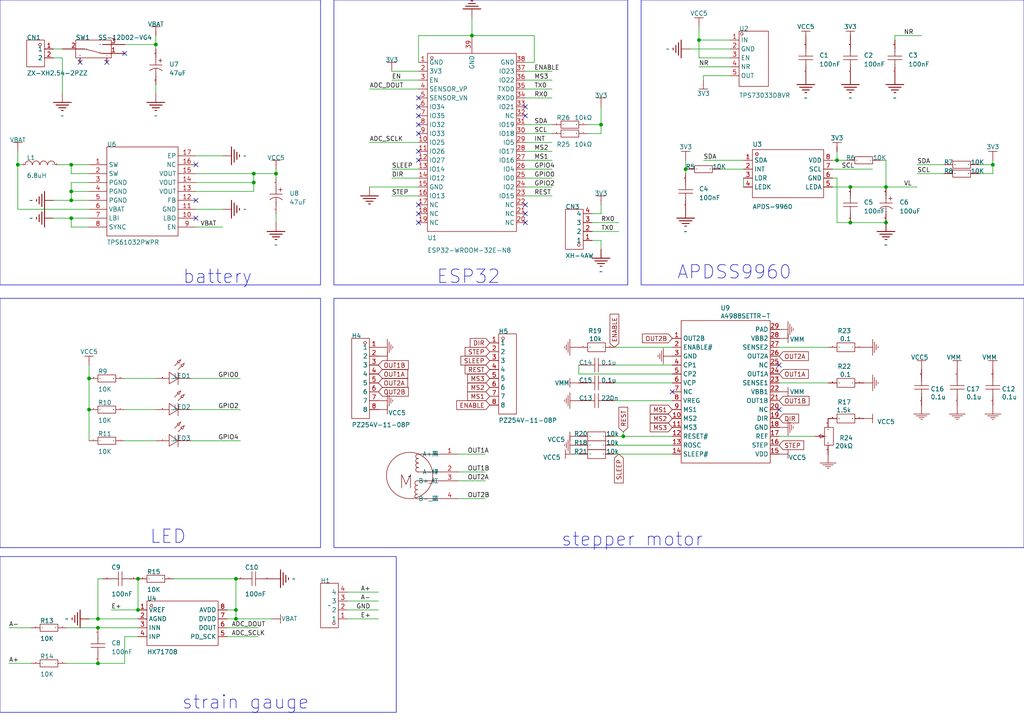
<source format=kicad_sch>
(kicad_sch (version 20231120) (generator "eeschema") (generator_version "8.0")
  (paper "User" 292.1 205.359)
  (junction (at 25.4 107.95))
  (junction (at 252.73 63.5))
  (junction (at 78.74 49.53))
  (junction (at 25.4 116.84))
  (junction (at 20.32 54.61))
  (junction (at 39.37 173.99))
  (junction (at 67.31 165.1))
  (junction (at 5.08 46.99))
  (junction (at 242.57 53.34))
  (junction (at 39.37 165.1))
  (junction (at 72.39 52.07))
  (junction (at 242.57 63.5))
  (junction (at 20.32 57.15))
  (junction (at 252.73 53.34))
  (junction (at 27.94 176.53))
  (junction (at 27.94 179.07))
  (junction (at 44.45 12.7))
  (junction (at 20.32 46.99))
  (junction (at 199.39 11.43))
  (junction (at 195.58 48.26))
  (junction (at 134.62 10.16))
  (junction (at 171.45 35.56))
  (junction (at 67.31 176.53))
  (junction (at 72.39 49.53))
  (junction (at 67.31 173.99))
  (junction (at 177.8 124.46))
  (junction (at 20.32 62.23))
  (junction (at 238.76 45.72))
  (junction (at 283.21 46.99))
  (junction (at 27.94 189.23))
  (no_connect (at 55.88 46.99))
  (no_connect (at 30.48 17.78))
  (no_connect (at 149.86 60.96))
  (no_connect (at 119.38 60.96))
  (no_connect (at 55.88 57.15))
  (no_connect (at 191.77 111.76))
  (no_connect (at 119.38 45.72))
  (no_connect (at 119.38 35.56))
  (no_connect (at 119.38 33.02))
  (no_connect (at 22.86 17.78))
  (no_connect (at 119.38 27.94))
  (no_connect (at 149.86 63.5))
  (no_connect (at 119.38 63.5))
  (no_connect (at 119.38 43.18))
  (no_connect (at 222.25 104.14))
  (no_connect (at 35.56 15.24))
  (no_connect (at 119.38 58.42))
  (no_connect (at 149.86 30.48))
  (no_connect (at 119.38 38.1))
  (no_connect (at 149.86 58.42))
  (no_connect (at 55.88 62.23))
  (no_connect (at 119.38 30.48))
  (no_connect (at 149.86 33.02))
  (no_connect (at 222.25 116.84))
  (wire (pts (xy 27.94 165.1) (xy 29.21 165.1)))
  (wire (pts (xy 212.09 48.26) (xy 205.74 48.26)))
  (wire (pts (xy 25.4 125.73) (xy 25.4 116.84)))
  (wire (pts (xy 134.62 10.16) (xy 134.62 5.08)))
  (wire (pts (xy 157.48 55.88) (xy 149.86 55.88)))
  (wire (pts (xy 262.89 10.16) (xy 255.27 10.16)))
  (wire (pts (xy 177.8 124.46) (xy 191.77 124.46)))
  (wire (pts (xy 25.4 57.15) (xy 20.32 57.15)))
  (wire (pts (xy 248.92 48.26) (xy 237.49 48.26)))
  (wire (pts (xy 63.5 64.77) (xy 55.88 64.77)))
  (wire (pts (xy 20.32 52.07) (xy 25.4 52.07)))
  (wire (pts (xy 195.58 48.26) (xy 195.58 45.72)))
  (wire (pts (xy 6.35 46.99) (xy 5.08 46.99)))
  (wire (pts (xy 171.45 60.96) (xy 171.45 58.42)))
  (wire (pts (xy 200.66 21.59) (xy 208.28 21.59)))
  (wire (pts (xy 134.62 10.16) (xy 152.4 10.16)))
  (wire (pts (xy 20.32 57.15) (xy 20.32 54.61)))
  (wire (pts (xy 236.22 99.06) (xy 222.25 99.06)))
  (wire (pts (xy 39.37 181.61) (xy 35.56 181.61)))
  (wire (pts (xy 27.94 176.53) (xy 27.94 165.1)))
  (wire (pts (xy 199.39 11.43) (xy 199.39 7.62)))
  (wire (pts (xy 5.08 59.69) (xy 25.4 59.69)))
  (wire (pts (xy 269.24 49.53) (xy 261.62 49.53)))
  (wire (pts (xy 242.57 63.5) (xy 252.73 63.5)))
  (wire (pts (xy 242.57 53.34) (xy 252.73 53.34)))
  (wire (pts (xy 44.45 26.67) (xy 44.45 24.13)))
  (wire (pts (xy 208.28 19.05) (xy 199.39 19.05)))
  (wire (pts (xy 105.41 40.64) (xy 119.38 40.64)))
  (wire (pts (xy 63.5 44.45) (xy 55.88 44.45)))
  (wire (pts (xy 157.48 43.18) (xy 149.86 43.18)))
  (wire (pts (xy 171.45 38.1) (xy 171.45 35.56)))
  (wire (pts (xy 54.61 107.95) (xy 68.58 107.95)))
  (wire (pts (xy 157.48 48.26) (xy 149.86 48.26)))
  (wire (pts (xy 165.1 106.68) (xy 165.1 104.14)))
  (wire (pts (xy 238.76 45.72) (xy 241.3 45.72)))
  (wire (pts (xy 251.46 45.72) (xy 252.73 45.72)))
  (wire (pts (xy 39.37 173.99) (xy 31.75 173.99)))
  (wire (pts (xy 17.78 26.67) (xy 17.78 16.51)))
  (wire (pts (xy 63.5 59.69) (xy 55.88 59.69)))
  (wire (pts (xy 35.56 125.73) (xy 44.45 125.73)))
  (wire (pts (xy 78.74 63.5) (xy 78.74 60.96)))
  (wire (pts (xy 25.4 104.14) (xy 25.4 107.95)))
  (wire (pts (xy 177.8 124.46) (xy 175.26 124.46)))
  (wire (pts (xy 130.81 137.16) (xy 138.43 137.16)))
  (wire (pts (xy 64.77 179.07) (xy 73.66 179.07)))
  (wire (pts (xy 5.08 46.99) (xy 5.08 59.69)))
  (wire (pts (xy 5.08 46.99) (xy 5.08 43.18)))
  (wire (pts (xy 35.56 181.61) (xy 35.56 189.23)))
  (wire (pts (xy 149.86 27.94) (xy 157.48 27.94)))
  (wire (pts (xy 44.45 107.95) (xy 35.56 107.95)))
  (wire (pts (xy 17.78 13.97) (xy 15.24 13.97)))
  (wire (pts (xy 20.32 52.07) (xy 20.32 54.61)))
  (wire (pts (xy 134.62 10.16) (xy 119.38 10.16)))
  (wire (pts (xy 25.4 62.23) (xy 20.32 62.23)))
  (wire (pts (xy 222.25 124.46) (xy 232.41 124.46)))
  (wire (pts (xy 212.09 53.34) (xy 212.09 50.8)))
  (wire (pts (xy 44.45 12.7) (xy 35.56 12.7)))
  (wire (pts (xy 167.64 35.56) (xy 171.45 35.56)))
  (wire (pts (xy 67.31 173.99) (xy 67.31 165.1)))
  (wire (pts (xy 283.21 49.53) (xy 283.21 46.99)))
  (wire (pts (xy 77.47 176.53) (xy 67.31 176.53)))
  (wire (pts (xy 64.77 173.99) (xy 67.31 173.99)))
  (wire (pts (xy 175.26 104.14) (xy 191.77 104.14)))
  (wire (pts (xy 200.66 21.59) (xy 200.66 22.86)))
  (wire (pts (xy 242.57 63.5) (xy 238.76 63.5)))
  (wire (pts (xy 176.53 63.5) (xy 168.91 63.5)))
  (wire (pts (xy 111.76 50.8) (xy 119.38 50.8)))
  (wire (pts (xy 252.73 45.72) (xy 252.73 53.34)))
  (wire (pts (xy 283.21 45.72) (xy 283.21 46.99)))
  (wire (pts (xy 72.39 52.07) (xy 72.39 49.53)))
  (wire (pts (xy 17.78 16.51) (xy 15.24 16.51)))
  (wire (pts (xy 67.31 176.53) (xy 64.77 176.53)))
  (wire (pts (xy 208.28 11.43) (xy 199.39 11.43)))
  (wire (pts (xy 25.4 54.61) (xy 20.32 54.61)))
  (wire (pts (xy 196.85 13.97) (xy 208.28 13.97)))
  (wire (pts (xy 242.57 53.34) (xy 237.49 53.34)))
  (wire (pts (xy 157.48 40.64) (xy 149.86 40.64)))
  (wire (pts (xy 27.94 189.23) (xy 19.05 189.23)))
  (wire (pts (xy 119.38 17.78) (xy 119.38 10.16)))
  (wire (pts (xy 171.45 30.48) (xy 171.45 35.56)))
  (wire (pts (xy 54.61 125.73) (xy 68.58 125.73)))
  (wire (pts (xy 67.31 165.1) (xy 49.53 165.1)))
  (wire (pts (xy 283.21 46.99) (xy 279.4 46.99)))
  (wire (pts (xy 255.27 10.16) (xy 255.27 11.43)))
  (wire (pts (xy 67.31 173.99) (xy 67.31 176.53)))
  (wire (pts (xy 175.26 129.54) (xy 191.77 129.54)))
  (wire (pts (xy 152.4 10.16) (xy 152.4 17.78)))
  (wire (pts (xy 55.88 52.07) (xy 72.39 52.07)))
  (wire (pts (xy 157.48 38.1) (xy 149.86 38.1)))
  (wire (pts (xy 44.45 12.7) (xy 44.45 13.97)))
  (wire (pts (xy 171.45 71.12) (xy 171.45 68.58)))
  (wire (pts (xy 157.48 22.86) (xy 149.86 22.86)))
  (wire (pts (xy 152.4 17.78) (xy 149.86 17.78)))
  (wire (pts (xy 44.45 10.16) (xy 44.45 12.7)))
  (wire (pts (xy 168.91 68.58) (xy 171.45 68.58)))
  (wire (pts (xy 107.95 171.45) (xy 99.06 171.45)))
  (wire (pts (xy 149.86 25.4) (xy 157.48 25.4)))
  (wire (pts (xy 25.4 176.53) (xy 27.94 176.53)))
  (wire (pts (xy 119.38 53.34) (xy 105.41 53.34)))
  (wire (pts (xy 20.32 64.77) (xy 25.4 64.77)))
  (wire (pts (xy 238.76 50.8) (xy 238.76 63.5)))
  (wire (pts (xy 2.54 179.07) (xy 8.89 179.07)))
  (wire (pts (xy 54.61 116.84) (xy 68.58 116.84)))
  (wire (pts (xy 191.77 106.68) (xy 165.1 106.68)))
  (wire (pts (xy 237.49 50.8) (xy 238.76 50.8)))
  (wire (pts (xy 72.39 49.53) (xy 55.88 49.53)))
  (wire (pts (xy 252.73 53.34) (xy 261.62 53.34)))
  (wire (pts (xy 20.32 46.99) (xy 20.32 49.53)))
  (wire (pts (xy 16.51 46.99) (xy 20.32 46.99)))
  (wire (pts (xy 20.32 62.23) (xy 20.32 64.77)))
  (wire (pts (xy 238.76 45.72) (xy 237.49 45.72)))
  (wire (pts (xy 208.28 16.51) (xy 199.39 16.51)))
  (wire (pts (xy 157.48 53.34) (xy 149.86 53.34)))
  (wire (pts (xy 64.77 181.61) (xy 73.66 181.61)))
  (wire (pts (xy 130.81 129.54) (xy 138.43 129.54)))
  (wire (pts (xy 20.32 49.53) (xy 25.4 49.53)))
  (wire (pts (xy 19.05 179.07) (xy 27.94 179.07)))
  (wire (pts (xy 199.39 16.51) (xy 199.39 11.43)))
  (wire (pts (xy 25.4 46.99) (xy 20.32 46.99)))
  (wire (pts (xy 200.66 45.72) (xy 212.09 45.72)))
  (wire (pts (xy 39.37 176.53) (xy 27.94 176.53)))
  (wire (pts (xy 269.24 46.99) (xy 261.62 46.99)))
  (wire (pts (xy 168.91 60.96) (xy 171.45 60.96)))
  (wire (pts (xy 167.64 38.1) (xy 171.45 38.1)))
  (wire (pts (xy 72.39 54.61) (xy 72.39 52.07)))
  (wire (pts (xy 78.74 49.53) (xy 78.74 48.26)))
  (wire (pts (xy 238.76 45.72) (xy 238.76 43.18)))
  (wire (pts (xy 39.37 165.1) (xy 39.37 173.99)))
  (wire (pts (xy 157.48 45.72) (xy 149.86 45.72)))
  (wire (pts (xy 157.48 20.32) (xy 149.86 20.32)))
  (wire (pts (xy 175.26 99.06) (xy 191.77 99.06)))
  (wire (pts (xy 15.24 57.15) (xy 20.32 57.15)))
  (wire (pts (xy 236.22 109.22) (xy 222.25 109.22)))
  (wire (pts (xy 25.4 107.95) (xy 25.4 116.84)))
  (wire (pts (xy 39.37 179.07) (xy 27.94 179.07)))
  (wire (pts (xy 111.76 55.88) (xy 119.38 55.88)))
  (wire (pts (xy 35.56 116.84) (xy 44.45 116.84)))
  (wire (pts (xy 130.81 142.24) (xy 138.43 142.24)))
  (wire (pts (xy 55.88 54.61) (xy 72.39 54.61)))
  (wire (pts (xy 119.38 22.86) (xy 111.76 22.86)))
  (wire (pts (xy 35.56 189.23) (xy 27.94 189.23)))
  (wire (pts (xy 72.39 49.53) (xy 78.74 49.53)))
  (wire (pts (xy 157.48 50.8) (xy 149.86 50.8)))
  (wire (pts (xy 195.58 48.26) (xy 195.58 49.53)))
  (wire (pts (xy 107.95 176.53) (xy 99.06 176.53)))
  (wire (pts (xy 119.38 20.32) (xy 111.76 20.32)))
  (wire (pts (xy 107.95 168.91) (xy 99.06 168.91)))
  (wire (pts (xy 105.41 25.4) (xy 119.38 25.4)))
  (wire (pts (xy 163.83 129.54) (xy 165.1 129.54)))
  (wire (pts (xy 175.26 109.22) (xy 191.77 109.22)))
  (wire (pts (xy 78.74 49.53) (xy 78.74 50.8)))
  (wire (pts (xy 130.81 134.62) (xy 138.43 134.62)))
  (wire (pts (xy 111.76 48.26) (xy 119.38 48.26)))
  (wire (pts (xy 107.95 173.99) (xy 99.06 173.99)))
  (wire (pts (xy 177.8 124.46) (xy 177.8 123.19)))
  (wire (pts (xy 2.54 189.23) (xy 8.89 189.23)))
  (wire (pts (xy 15.24 62.23) (xy 20.32 62.23)))
  (wire (pts (xy 279.4 49.53) (xy 283.21 49.53)))
  (wire (pts (xy 157.48 35.56) (xy 149.86 35.56)))
  (wire (pts (xy 176.53 66.04) (xy 168.91 66.04)))
  (wire (pts (xy 175.26 114.3) (xy 191.77 114.3)))
  (wire (pts (xy 175.26 127) (xy 191.77 127)))
  (rectangle (start 182.88 0) (end 292.1 81.28))
  (rectangle (start 95.25 85.09) (end 292.1 156.21))
  (rectangle (start 0 0) (end 91.44 81.28))
  (rectangle (start 0 85.09) (end 91.44 156.21))
  (rectangle (start 0 158.75) (end 113.03 203.2))
  (rectangle (start 95.25 0) (end 179.07 81.28))
  (text "stepper motor" (at 160.02 156.21 0) (effects (font (size 3.81 3.81)) (justify left bottom)))
  (text "strain gauge" (at 51.816 202.692 0) (effects (font (size 3.81 3.81)) (justify left bottom)))
  (text "ESP32" (at 124.46 81.28 0) (effects (font (size 3.81 3.81)) (justify left bottom)))
  (text "LED" (at 42.672 155.448 0) (effects (font (size 3.81 3.81)) (justify left bottom)))
  (text "battery" (at 52.07 81.28 0) (effects (font (size 3.81 3.81)) (justify left bottom)))
  (text "APDSS9960" (at 193.04 80.01 0) (effects (font (size 3.81 3.81)) (justify left bottom)))
  (label "SDA" (at 152.4 35.56 0))
  (label "SCL" (at 240.03 48.26 0))
  (label "GPIO2" (at 62.23 116.84 0))
  (label "A+" (at 102.87 168.91 0))
  (label "GPIO2" (at 152.4 53.34 0))
  (label "RX0" (at 171.45 63.5 0))
  (label "TX0" (at 152.4 25.4 0))
  (label "A-" (at 2.54 179.07 0))
  (label "A-" (at 102.87 171.45 0))
  (label "ADC_DOUT" (at 105.41 25.4 0))
  (label "GPIO0" (at 152.4 50.8 0))
  (label "SLEEP" (at 111.76 48.26 0))
  (label "TX0" (at 171.45 66.04 0))
  (label "SDA" (at 261.62 46.99 0))
  (label "RX0" (at 152.4 27.94 0))
  (label "GPIO4" (at 152.4 48.26 0))
  (label "ADC_SCLK" (at 66.04 181.61 0))
  (label "MS1" (at 152.4 45.72 0))
  (label "OUT1A" (at 133.35 129.54 0))
  (label "MS3" (at 152.4 22.86 0))
  (label "GND" (at 101.6 173.99 0))
  (label "VL" (at 257.81 53.34 0))
  (label "MS2" (at 152.4 43.18 0))
  (label "GPIO4" (at 62.23 125.73 0))
  (label "SDA" (at 200.66 45.72 0))
  (label "INT" (at 152.4 40.64 0))
  (label "DIR" (at 111.76 50.8 0))
  (label "REST" (at 152.4 55.88 0))
  (label "EN" (at 111.76 22.86 0))
  (label "SCL" (at 152.4 38.1 0))
  (label "VBAT" (at 57.15 64.77 0))
  (label "NR" (at 257.81 10.16 0))
  (label "ADC_SCLK" (at 105.41 40.64 0))
  (label "E+" (at 31.75 173.99 0))
  (label "GPIO0" (at 62.23 107.95 0))
  (label "OUT1B" (at 133.35 134.62 0))
  (label "ENABLE" (at 152.4 20.32 0))
  (label "STEP" (at 111.76 55.88 0))
  (label "A+" (at 2.54 189.23 0))
  (label "NR" (at 199.39 19.05 0))
  (label "ADC_DOUT" (at 66.04 179.07 0))
  (label "OUT2B" (at 133.35 142.24 0))
  (label "E+" (at 102.87 176.53 0))
  (label "SCL" (at 261.62 49.53 0))
  (label "OUT2A" (at 133.35 137.16 0))
  (global_label "MS2" (shape input) (at 191.77 119.38 180) (property "Intersheetrefs" "${INTERSHEET_REFS}" (effects (hide yes))))
  (global_label "MS3" (shape input) (at 139.7 107.95 180) (property "Intersheetrefs" "${INTERSHEET_REFS}" (effects (hide yes))))
  (global_label "DIR" (shape input) (at 222.25 119.38 0) (property "Intersheetrefs" "${INTERSHEET_REFS}" (effects (hide yes))))
  (global_label "STEP" (shape input) (at 222.25 127 0) (property "Intersheetrefs" "${INTERSHEET_REFS}" (effects (hide yes))))
  (global_label "OUT2B" (shape input) (at 191.77 96.52 180) (property "Intersheetrefs" "${INTERSHEET_REFS}" (effects (hide yes))))
  (global_label "SLEEP" (shape input) (at 139.7 102.87 180) (property "Intersheetrefs" "${INTERSHEET_REFS}" (effects (hide yes))))
  (global_label "REST" (shape input) (at 139.7 105.41 180) (property "Intersheetrefs" "${INTERSHEET_REFS}" (effects (hide yes))))
  (global_label "OUT1B" (shape input) (at 222.25 114.3 0) (property "Intersheetrefs" "${INTERSHEET_REFS}" (effects (hide yes))))
  (global_label "ENABLE" (shape input) (at 175.26 99.06 90) (property "Intersheetrefs" "${INTERSHEET_REFS}" (effects (hide yes))))
  (global_label "SLEEP" (shape input) (at 176.53 129.54 270) (property "Intersheetrefs" "${INTERSHEET_REFS}" (effects (hide yes))))
  (global_label "ENABLE" (shape input) (at 139.7 115.57 180) (property "Intersheetrefs" "${INTERSHEET_REFS}" (effects (hide yes))))
  (global_label "MS3" (shape input) (at 191.77 121.92 180) (property "Intersheetrefs" "${INTERSHEET_REFS}" (effects (hide yes))))
  (global_label "STEP" (shape input) (at 139.7 100.33 180) (property "Intersheetrefs" "${INTERSHEET_REFS}" (effects (hide yes))))
  (global_label "OUT2A" (shape input) (at 222.25 101.6 0) (property "Intersheetrefs" "${INTERSHEET_REFS}" (effects (hide yes))))
  (global_label "OUT1A" (shape input) (at 222.25 106.68 0) (property "Intersheetrefs" "${INTERSHEET_REFS}" (effects (hide yes))))
  (global_label "OUT1A" (shape input) (at 107.95 106.68 0) (property "Intersheetrefs" "${INTERSHEET_REFS}" (effects (hide yes))))
  (global_label "MS1" (shape input) (at 139.7 113.03 180) (property "Intersheetrefs" "${INTERSHEET_REFS}" (effects (hide yes))))
  (global_label "OUT2A" (shape input) (at 107.95 109.22 0) (property "Intersheetrefs" "${INTERSHEET_REFS}" (effects (hide yes))))
  (global_label "REST" (shape input) (at 177.8 123.19 90) (property "Intersheetrefs" "${INTERSHEET_REFS}" (effects (hide yes))))
  (global_label "MS1" (shape input) (at 191.77 116.84 180) (property "Intersheetrefs" "${INTERSHEET_REFS}" (effects (hide yes))))
  (global_label "OUT1B" (shape input) (at 107.95 104.14 0) (property "Intersheetrefs" "${INTERSHEET_REFS}" (effects (hide yes))))
  (global_label "DIR" (shape input) (at 139.7 97.79 180) (property "Intersheetrefs" "${INTERSHEET_REFS}" (effects (hide yes))))
  (global_label "OUT2B" (shape input) (at 107.95 111.76 0) (property "Intersheetrefs" "${INTERSHEET_REFS}" (effects (hide yes))))
  (global_label "MS2" (shape input) (at 139.7 110.49 180) (property "Intersheetrefs" "${INTERSHEET_REFS}" (effects (hide yes))))
  (symbol (lib_id "ESP32_电机驱动-easyedapro:GND") (at 246.38 109.22 90) (unit 1)
    (property "Reference" "#PWR?" (effects (hide yes)))
    (property "Footprint" "ESP32_电机驱动-easyedapro:" (effects (hide yes)))
  )
  (symbol (lib_id "ESP32_电机驱动-easyedapro:0.1") (at 241.3 99.06 0) (unit 1)
    (property "Reference" "R23" (at 242.7986 95.0976 0) (effects (justify right bottom)))
    (property "Value" "0.1" (at 242.7986 97.3836 0) (effects (justify right bottom)))
    (property "Footprint" "ESP32_电机驱动-easyedapro:R0603" (effects (hide yes)))
    (property "Origin Footprint" "R0603" (effects (hide yes)))
  )
  (symbol (lib_id "ESP32_电机驱动-easyedapro:CapAcitance") (at 27.94 184.15 90) (unit 1)
    (property "Reference" "C8" (at 31.75 184.15 90) (effects (justify right top)))
    (property "Value" "100nF" (at 31.75 186.69 90) (effects (justify right top)))
    (property "Footprint" "ESP32_电机驱动-easyedapro:C0603" (effects (hide yes)))
  )
  (symbol (lib_id "ESP32_电机驱动-easyedapro:GND") (at 262.89 115.57 0) (unit 1)
    (property "Reference" "#PWR?" (effects (hide yes)))
    (property "Footprint" "ESP32_电机驱动-easyedapro:" (effects (hide yes)))
  )
  (symbol (lib_name "VCC_3") (lib_id "ESP32_电机驱动-easyedapro:VCC") (at 163.83 129.54 90) (unit 1)
    (property "Reference" "#PWR?" (effects (hide yes)))
    (property "Value" "VCC5" (at 154.8892 131.191 90) (effects (justify right top)))
    (property "Footprint" "ESP32_电机驱动-easyedapro:" (effects (hide yes)))
  )
  (symbol (lib_name "Power-VCC_4") (lib_id "ESP32_电机驱动-easyedapro:Power-VCC") (at 171.45 58.42 0) (unit 1)
    (property "Reference" "#PWR?" (effects (hide yes)))
    (property "Value" "3V3" (at 171.45 55.88 0) (effects (justify bottom)))
    (property "Footprint" "ESP32_电机驱动-easyedapro:" (effects (hide yes)))
  )
  (symbol (lib_id "ESP32_电机驱动-easyedapro:Power-VCC") (at 44.45 10.16 0) (unit 1)
    (property "Reference" "#PWR?" (effects (hide yes)))
    (property "Value" "VBAT" (at 44.45 7.62 0) (effects (justify bottom)))
    (property "Footprint" "ESP32_电机驱动-easyedapro:" (effects (hide yes)))
  )
  (symbol (lib_id "ESP32_电机驱动-easyedapro:电阻") (at 30.48 125.73 0) (unit 1)
    (property "Reference" "R11" (at 27.94 124.46 0) (effects (justify left bottom)))
    (property "Value" "10K" (at 27.94 129.54 0) (effects (justify left bottom)))
    (property "Footprint" "ESP32_电机驱动-easyedapro:R0603" (effects (hide yes)))
  )
  (symbol (lib_id "ESP32_电机驱动-easyedapro:220n") (at 170.18 114.3 0) (unit 1)
    (property "Reference" "C13" (at 165.1 114.3 0) (effects (justify left bottom)))
    (property "Value" "220n" (at 171.45 114.3 0) (effects (justify left bottom)))
    (property "Footprint" "ESP32_电机驱动-easyedapro:C0603" (effects (hide yes)))
    (property "Origin Footprint" "C0603" (effects (hide yes)))
  )
  (symbol (lib_id "ESP32_电机驱动-easyedapro:LED_R") (at 49.53 116.84 0) (unit 1)
    (property "Reference" "LED2" (at 49.53 116.84 0) (effects (justify left bottom)))
    (property "Value" "~" (at 49.53 116.84 0))
    (property "Footprint" "ESP32_电机驱动-easyedapro:LED_0603" (effects (hide yes)))
  )
  (symbol (lib_id "ESP32_电机驱动-easyedapro:VMM") (at 222.25 111.76 270) (unit 1)
    (property "Reference" "#PWR?" (effects (hide yes)))
    (property "Value" "VMM" (at 225.298 112.522 90) (effects (justify left bottom)))
    (property "Footprint" "ESP32_电机驱动-easyedapro:" (effects (hide yes)))
  )
  (symbol (lib_id "ESP32_电机驱动-easyedapro:GND") (at 191.77 101.6 270) (unit 1)
    (property "Reference" "#PWR?" (effects (hide yes)))
    (property "Footprint" "ESP32_电机驱动-easyedapro:" (effects (hide yes)))
  )
  (symbol (lib_id "ESP32_电机驱动-easyedapro:10k") (at 170.18 129.54 0) (unit 1)
    (property "Reference" "R21" (at 167.64 129.54 0) (effects (justify right bottom)))
    (property "Value" "10k" (at 176.53 129.54 0) (effects (justify right bottom)))
    (property "Footprint" "ESP32_电机驱动-easyedapro:R0603" (effects (hide yes)))
    (property "Origin Footprint" "R0603" (effects (hide yes)))
  )
  (symbol (lib_id "ESP32_电机驱动-easyedapro:Ground-GND") (at 242.57 21.59 0) (unit 1)
    (property "Reference" "#PWR?" (effects (hide yes)))
    (property "Value" "~" (at 242.57 27.94 0))
    (property "Footprint" "ESP32_电机驱动-easyedapro:" (effects (hide yes)))
  )
  (symbol (lib_id "ESP32_电机驱动-easyedapro:Ground-GND") (at 134.62 5.08 180) (unit 1)
    (property "Reference" "#PWR?" (effects (hide yes)))
    (property "Footprint" "ESP32_电机驱动-easyedapro:" (effects (hide yes)))
  )
  (symbol (lib_id "ESP32_电机驱动-easyedapro:A4988SETTR-T") (at 207.01 111.76 0) (unit 1)
    (property "Reference" "U9" (at 205.5114 88.5698 0) (effects (justify left bottom)))
    (property "Value" "A4988SETTR-T" (at 205.5114 90.8812 0) (effects (justify left bottom)))
    (property "Footprint" "ESP32_电机驱动-easyedapro:" (effects (hide yes)))
    (property "Datasheet" "https://atta.szlcsc.com/upload/public/pdf/source/20150917/1457707386953.pdf" (effects (hide yes)))
    (property "Manufacturer Part" "A4988SETTR-T" (effects (hide yes)))
    (property "Manufacturer" "ALLEGRO(美国埃戈罗)" (effects (hide yes)))
    (property "Supplier Part" "C38437" (effects (hide yes)))
    (property "Supplier" "LCSC" (effects (hide yes)))
    (property "LCSC Part Name" "2A 5.5V电机驱动芯片" (effects (hide yes)))
  )
  (symbol (lib_name "Power-VCC_2") (lib_id "ESP32_电机驱动-easyedapro:Power-VCC") (at 111.76 20.32 0) (unit 1)
    (property "Reference" "#PWR?" (effects (hide yes)))
    (property "Value" "3V3" (at 111.76 17.78 0) (effects (justify bottom)))
    (property "Footprint" "ESP32_电机驱动-easyedapro:" (effects (hide yes)))
  )
  (symbol (lib_id "ESP32_电机驱动-easyedapro:RST47UF25V035") (at 78.74 55.88 270) (unit 1)
    (property "Reference" "U8" (at 82.55 55.88 90) (effects (justify left bottom)))
    (property "Value" "47uF" (at 82.55 58.42 90) (effects (justify left bottom)))
    (property "Footprint" "ESP32_电机驱动-easyedapro:CAP-SMD_BD5.0-L5.3-W5.3-FD" (effects (hide yes)))
    (property "Datasheet" "https://atta.szlcsc.com/upload/public/pdf/source/20220722/F8BC83B31678FEDC3CD0A31DD9384B2B.pdf" (effects (hide yes)))
    (property "Description" "容值:47uF;精度:±20%;额定电压:25V;纹波电流:46mA@120Hz;等效串联电阻:-;" (effects (hide yes)))
    (property "Manufacturer Part" "RST47UF25V035" (effects (hide yes)))
    (property "Manufacturer" "KNSCHA(科尼盛)" (effects (hide yes)))
    (property "Supplier Part" "C4747958" (effects (hide yes)))
    (property "Supplier" "LCSC" (effects (hide yes)))
    (property "LCSC Part Name" "47uF ±20% 25V" (effects (hide yes)))
  )
  (symbol (lib_id "ESP32_电机驱动-easyedapro:CapAcitance") (at 255.27 16.51 90) (unit 1)
    (property "Reference" "C3" (at 259.08 16.51 90) (effects (justify right top)))
    (property "Value" "100nF" (at 259.08 19.05 90) (effects (justify right top)))
    (property "Footprint" "ESP32_电机驱动-easyedapro:C0603" (effects (hide yes)))
  )
  (symbol (lib_id "ESP32_电机驱动-easyedapro:Ground-GND") (at 63.5 59.69 90) (unit 1)
    (property "Reference" "#PWR?" (effects (hide yes)))
    (property "Value" "~" (at 69.85 59.69 90))
    (property "Footprint" "ESP32_电机驱动-easyedapro:" (effects (hide yes)))
  )
  (symbol (lib_id "ESP32_电机驱动-easyedapro:RVT100UF16V67RV0016") (at 252.73 58.42 270) (unit 1)
    (property "Reference" "C6" (at 256.54 58.42 90) (effects (justify left bottom)))
    (property "Value" "100uF" (at 256.54 60.96 90) (effects (justify left bottom)))
    (property "Footprint" "ESP32_电机驱动-easyedapro:CAP-SMD_BD6.3-L6.6-W6.6-LS7.2-FD" (effects (hide yes)))
    (property "Datasheet" "https://atta.szlcsc.com/upload/public/pdf/source/20240521/3810EB5B434F72326C196D6A9426C70A.pdf" (effects (hide yes)))
    (property "Description" "容值:100uF;精度:±20%;额定电压:16V;纹波电流:93mA@120Hz;等效串联电阻:-;" (effects (hide yes)))
    (property "Manufacturer Part" "RVT100UF16V67RV0016" (effects (hide yes)))
    (property "Manufacturer" "KNSCHA(科尼盛)" (effects (hide yes)))
    (property "Supplier Part" "C2887276" (effects (hide yes)))
    (property "Supplier" "LCSC" (effects (hide yes)))
    (property "LCSC Part Name" "100uF ±20% 16V" (effects (hide yes)))
  )
  (symbol (lib_id "ESP32_电机驱动-easyedapro:电阻") (at 274.32 49.53 0) (unit 1)
    (property "Reference" "R8" (at 269.24 49.53 0) (effects (justify left bottom)))
    (property "Value" "10K" (at 276.86 49.53 0) (effects (justify left bottom)))
    (property "Footprint" "ESP32_电机驱动-easyedapro:R0603" (effects (hide yes)))
  )
  (symbol (lib_id "ESP32_电机驱动-easyedapro:GND") (at 283.21 115.57 0) (unit 1)
    (property "Reference" "#PWR?" (effects (hide yes)))
    (property "Footprint" "ESP32_电机驱动-easyedapro:" (effects (hide yes)))
  )
  (symbol (lib_name "VCC_1") (lib_id "ESP32_电机驱动-easyedapro:VCC") (at 222.25 129.54 270) (unit 1)
    (property "Reference" "#PWR?" (effects (hide yes)))
    (property "Value" "VCC5" (at 224.917 131.2418 90) (effects (justify left bottom)))
    (property "Footprint" "ESP32_电机驱动-easyedapro:" (effects (hide yes)))
  )
  (symbol (lib_id "ESP32_电机驱动-easyedapro:CapAcitance") (at 242.57 16.51 90) (unit 1)
    (property "Reference" "C2" (at 246.38 16.51 90) (effects (justify right top)))
    (property "Value" "100nF" (at 246.38 19.05 90) (effects (justify right top)))
    (property "Footprint" "ESP32_电机驱动-easyedapro:C0603" (effects (hide yes)))
  )
  (symbol (lib_id "ESP32_电机驱动-easyedapro:5-Voltage") (at 25.4 104.14 0) (unit 1)
    (property "Reference" "#PWR?" (effects (hide yes)))
    (property "Value" "VCC5" (at 25.4 100.33 0))
    (property "Footprint" "ESP32_电机驱动-easyedapro:" (effects (hide yes)))
    (property "Description" "Power-5V" (effects (hide yes)))
  )
  (symbol (lib_id "ESP32_电机驱动-easyedapro:Ground-GND") (at 255.27 21.59 0) (unit 1)
    (property "Reference" "#PWR?" (effects (hide yes)))
    (property "Value" "~" (at 255.27 27.94 0))
    (property "Footprint" "ESP32_电机驱动-easyedapro:" (effects (hide yes)))
  )
  (symbol (lib_name "VCC_4") (lib_id "ESP32_电机驱动-easyedapro:VCC") (at 262.89 105.41 0) (unit 1)
    (property "Reference" "#PWR?" (effects (hide yes)))
    (property "Value" "VCC5" (at 259.8166 102.6668 0) (effects (justify left bottom)))
    (property "Footprint" "ESP32_电机驱动-easyedapro:" (effects (hide yes)))
  )
  (symbol (lib_id "ESP32_电机驱动-easyedapro:Ground-GND") (at 25.4 176.53 270) (unit 1)
    (property "Reference" "#PWR?" (effects (hide yes)))
    (property "Value" "~" (at 19.05 176.53 90))
    (property "Footprint" "ESP32_电机驱动-easyedapro:" (effects (hide yes)))
  )
  (symbol (lib_id "ESP32_电机驱动-easyedapro:电阻") (at 13.97 189.23 0) (unit 1)
    (property "Reference" "R14" (at 11.43 187.96 0) (effects (justify left bottom)))
    (property "Value" "10K" (at 11.43 193.04 0) (effects (justify left bottom)))
    (property "Footprint" "ESP32_电机驱动-easyedapro:R0603" (effects (hide yes)))
  )
  (symbol (lib_id "ESP32_电机驱动-easyedapro:ESP32-WROOM-32E(8MB)") (at 134.62 43.18 0) (unit 1)
    (property "Reference" "U1" (at 121.92 68.58 0) (effects (justify left bottom)))
    (property "Value" "ESP32-WROOM-32E-N8" (at 121.92 72.136 0) (effects (justify left bottom)))
    (property "Footprint" "ESP32_电机驱动-easyedapro:WIFI-SMD_ESP32-WROOM-32E" (effects (hide yes)))
    (property "Datasheet" "https://atta.szlcsc.com/upload/public/pdf/source/20240307/DEBA00FAE5BA634F0D73085E4F214E93.pdf" (effects (hide yes)))
    (property "Description" "ESP32-WROOM-32E 集成 ESP32-D0WD-V3 芯片，具有?高的稳定性和安全性能。" (effects (hide yes)))
    (property "Manufacturer Part" "ESP32-WROOM-32E-N8" (effects (hide yes)))
    (property "Manufacturer" "ESPRESSIF(乐鑫)" (effects (hide yes)))
    (property "Supplier Part" "C701342" (effects (hide yes)))
    (property "Supplier" "LCSC" (effects (hide yes)))
    (property "LCSC Part Name" "通用型Wi-Fi+BT+BLE MCU模组" (effects (hide yes)))
  )
  (symbol (lib_id "ESP32_电机驱动-easyedapro:SS-12D02-VG4") (at 26.67 13.97 0) (unit 1)
    (property "Reference" "SW1" (at 21.59 11.43 0) (effects (justify left bottom)))
    (property "Value" "SS-12D02-VG4" (at 27.94 11.43 0) (effects (justify left bottom)))
    (property "Footprint" "ESP32_电机驱动-easyedapro:SW-TH_SS-12D02-VG4" (effects (hide yes)))
    (property "Datasheet" "https://atta.szlcsc.com/upload/public/pdf/source/20171030/C136719_15093664985151068208.pdf" (effects (hide yes)))
    (property "Description" "电路结构:单刀双掷;安装方式:直插;额定电流(DC):-;额定电压(DC):-;额定电流(AC):-;额定电压(AC):-;机械寿命:5千次;" (effects (hide yes)))
    (property "Manufacturer Part" "SS-12D02-VG4" (effects (hide yes)))
    (property "Manufacturer" "韩国韩荣" (effects (hide yes)))
    (property "Supplier Part" "C136719" (effects (hide yes)))
    (property "Supplier" "LCSC" (effects (hide yes)))
    (property "LCSC Part Name" "直插双档 滑动开关" (effects (hide yes)))
  )
  (symbol (lib_id "ESP32_电机驱动-easyedapro:0805W8F1002T5E") (at 162.56 38.1 0) (unit 1)
    (property "Reference" "R25" (at 158.75 41.91 0) (effects (justify left bottom)))
    (property "Value" "10kΩ" (at 163.83 41.91 0) (effects (justify left bottom)))
    (property "Footprint" "ESP32_电机驱动-easyedapro:R0805" (effects (hide yes)))
    (property "Datasheet" "https://atta.szlcsc.com/upload/public/pdf/source/20200306/C422600_1E6D84923E4A46A82E41ADD87F860B5C.pdf" (effects (hide yes)))
    (property "Description" "电阻类型:厚膜电阻;阻值:10kΩ;精度:±1%;功率:125mW;最大工作电压:150V;温度系数:±100ppm/°C;" (effects (hide yes)))
    (property "Manufacturer Part" "0805W8F1002T5E" (effects (hide yes)))
    (property "Manufacturer" "UNI-ROYAL(厚声)" (effects (hide yes)))
    (property "Supplier Part" "C17414" (effects (hide yes)))
    (property "Supplier" "LCSC" (effects (hide yes)))
    (property "LCSC Part Name" "10kΩ ±1% 125mW 厚膜电阻" (effects (hide yes)))
  )
  (symbol (lib_id "ESP32_电机驱动-easyedapro:FXL0630-6R8-M") (at 11.43 46.99 0) (unit 1)
    (property "Reference" "L1" (at 7.62 45.72 0) (effects (justify left bottom)))
    (property "Value" "6.8uH" (at 7.62 50.8 0) (effects (justify left bottom)))
    (property "Footprint" "ESP32_电机驱动-easyedapro:IND-SMD_L7.0-W6.6" (effects (hide yes)))
    (property "Datasheet" "https://atta.szlcsc.com/upload/public/pdf/source/20240426/3189EA8206330E2108542F9E34E540E7.pdf" (effects (hide yes)))
    (property "Description" "电感值:6.8uH;精度:±20%;额定电流:5A;饱和电流(Isat):6A;类型:一体成型电感;" (effects (hide yes)))
    (property "Manufacturer Part" "FXL0630-6R8-M" (effects (hide yes)))
    (property "Manufacturer" "cjiang(长江微电)" (effects (hide yes)))
    (property "Supplier Part" "C167221" (effects (hide yes)))
    (property "Supplier" "LCSC" (effects (hide yes)))
    (property "LCSC Part Name" "6.8uH ±20% 6A" (effects (hide yes)))
  )
  (symbol (lib_id "ESP32_电机驱动-easyedapro:XH-4AW_C2908613") (at 165.1 64.77 180) (unit 1)
    (property "Reference" "CN3" (at 161.29 59.69 0) (effects (justify right top)))
    (property "Value" "XH-4AW" (at 161.29 73.66 0) (effects (justify right top)))
    (property "Footprint" "ESP32_电机驱动-easyedapro:CONN-TH_XH-4AW" (effects (hide yes)))
    (property "Datasheet" "https://atta.szlcsc.com/upload/public/pdf/source/20211021/ACA2D54D99493880102FCACAC8DAABA8.pdf" (effects (hide yes)))
    (property "Description" "参考系列:XH;间距:2.54mm;插针结构:1x4P;排数:1;每排PIN数:4;行距:-;公母:公型插针;安装方式:弯插;额定电流:3A;工作温度范围:-25°C~+85°C;" (effects (hide yes)))
    (property "Manufacturer Part" "XH-4AW" (effects (hide yes)))
    (property "Manufacturer" "HCTL(华灿天禄)" (effects (hide yes)))
    (property "Supplier Part" "C2908613" (effects (hide yes)))
    (property "Supplier" "LCSC" (effects (hide yes)))
    (property "LCSC Part Name" "XH 2.54mm 1x4P 弯插" (effects (hide yes)))
  )
  (symbol (lib_id "ESP32_电机驱动-easyedapro:Ground-GND") (at 195.58 59.69 0) (unit 1)
    (property "Reference" "#PWR?" (effects (hide yes)))
    (property "Value" "~" (at 195.58 66.04 0))
    (property "Footprint" "ESP32_电机驱动-easyedapro:" (effects (hide yes)))
  )
  (symbol (lib_id "ESP32_电机驱动-easyedapro:Ground-GND") (at 44.45 26.67 0) (unit 1)
    (property "Reference" "#PWR?" (effects (hide yes)))
    (property "Value" "~" (at 44.45 33.02 0))
    (property "Footprint" "ESP32_电机驱动-easyedapro:" (effects (hide yes)))
  )
  (symbol (lib_id "ESP32_电机驱动-easyedapro:GND") (at 107.95 114.3 90) (unit 1)
    (property "Reference" "#PWR?" (effects (hide yes)))
    (property "Footprint" "ESP32_电机驱动-easyedapro:" (effects (hide yes)))
  )
  (symbol (lib_id "ESP32_电机驱动-easyedapro:CapAcitance") (at 242.57 58.42 90) (unit 1)
    (property "Reference" "C5" (at 246.38 58.42 90) (effects (justify right top)))
    (property "Value" "100nF" (at 246.38 60.96 90) (effects (justify right top)))
    (property "Footprint" "ESP32_电机驱动-easyedapro:C0603" (effects (hide yes)))
  )
  (symbol (lib_name "Power-VCC_3") (lib_id "ESP32_电机驱动-easyedapro:Power-VCC") (at 171.45 30.48 0) (unit 1)
    (property "Reference" "#PWR?" (effects (hide yes)))
    (property "Value" "3V3" (at 171.45 27.94 0) (effects (justify bottom)))
    (property "Footprint" "ESP32_电机驱动-easyedapro:" (effects (hide yes)))
  )
  (symbol (lib_id "ESP32_电机驱动-easyedapro:GND") (at 222.25 121.92 90) (unit 1)
    (property "Reference" "#PWR?" (effects (hide yes)))
    (property "Footprint" "ESP32_电机驱动-easyedapro:" (effects (hide yes)))
  )
  (symbol (lib_id "ESP32_电机驱动-easyedapro:Ground-GND") (at 63.5 44.45 90) (unit 1)
    (property "Reference" "#PWR?" (effects (hide yes)))
    (property "Value" "~" (at 69.85 44.45 90))
    (property "Footprint" "ESP32_电机驱动-easyedapro:" (effects (hide yes)))
  )
  (symbol (lib_id "ESP32_电机驱动-easyedapro:VMM") (at 165.1 109.22 90) (unit 1)
    (property "Reference" "#PWR?" (effects (hide yes)))
    (property "Value" "VMM" (at 158.242 109.982 90) (effects (justify right top)))
    (property "Footprint" "ESP32_电机驱动-easyedapro:" (effects (hide yes)))
  )
  (symbol (lib_id "ESP32_电机驱动-easyedapro:VMM") (at 283.21 105.41 0) (unit 1)
    (property "Reference" "#PWR?" (effects (hide yes)))
    (property "Value" "VMM" (at 280.1366 102.6668 0) (effects (justify left bottom)))
    (property "Footprint" "ESP32_电机驱动-easyedapro:" (effects (hide yes)))
  )
  (symbol (lib_id "ESP32_电机驱动-easyedapro:TPS73033DBVR") (at 213.36 16.51 0) (unit 1)
    (property "Reference" "U2" (at 210.82 8.89 0) (effects (justify left bottom)))
    (property "Value" "TPS73033DBVR" (at 210.82 27.94 0) (effects (justify left bottom)))
    (property "Footprint" "ESP32_电机驱动-easyedapro:SOT-23-5_L3.0-W1.7-P0.95-LS2.8-BR" (effects (hide yes)))
    (property "Datasheet" "https://www.ti.com/cn/lit/gpn/tps730" (effects (hide yes)))
    (property "Description" "输出类型:固定;最大输入电压:5.5V;输出电压:3.3V;输出电流:200mA;电源纹波抑制比(PSRR):68dB@(100Hz);输出极性:正极;" (effects (hide yes)))
    (property "Manufacturer Part" "TPS73033DBVR" (effects (hide yes)))
    (property "Manufacturer" "TI(德州仪器)" (effects (hide yes)))
    (property "Supplier Part" "C57424" (effects (hide yes)))
    (property "Supplier" "LCSC" (effects (hide yes)))
    (property "LCSC Part Name" "具有使能功能的 200mA、低压降稳压器" (effects (hide yes)))
  )
  (symbol (lib_name "5-Voltage_1") (lib_id "ESP32_电机驱动-easyedapro:5-Voltage") (at 200.66 22.86 180) (unit 1)
    (property "Reference" "#PWR?" (effects (hide yes)))
    (property "Value" "3V3" (at 200.66 26.67 0))
    (property "Footprint" "ESP32_电机驱动-easyedapro:" (effects (hide yes)))
    (property "Description" "Power-5V" (effects (hide yes)))
  )
  (symbol (lib_id "ESP32_电机驱动-easyedapro:Ground-GND") (at 15.24 57.15 270) (unit 1)
    (property "Reference" "#PWR?" (effects (hide yes)))
    (property "Value" "~" (at 8.89 57.15 90))
    (property "Footprint" "ESP32_电机驱动-easyedapro:" (effects (hide yes)))
  )
  (symbol (lib_id "ESP32_电机驱动-easyedapro:电阻") (at 274.32 46.99 0) (unit 1)
    (property "Reference" "R7" (at 269.24 46.99 0) (effects (justify left bottom)))
    (property "Value" "10K" (at 276.86 46.99 0) (effects (justify left bottom)))
    (property "Footprint" "ESP32_电机驱动-easyedapro:R0603" (effects (hide yes)))
  )
  (symbol (lib_id "ESP32_电机驱动-easyedapro:5-Voltage") (at 199.39 7.62 0) (unit 1)
    (property "Reference" "#PWR?" (effects (hide yes)))
    (property "Value" "VCC5" (at 199.39 3.81 0))
    (property "Footprint" "ESP32_电机驱动-easyedapro:" (effects (hide yes)))
    (property "Description" "Power-5V" (effects (hide yes)))
  )
  (symbol (lib_id "ESP32_电机驱动-easyedapro:0.1u") (at 273.05 110.49 90) (unit 1)
    (property "Reference" "C17" (at 275.59 111.6838 90) (effects (justify right top)))
    (property "Value" "0.1u" (at 275.59 113.9698 90) (effects (justify right top)))
    (property "Footprint" "ESP32_电机驱动-easyedapro:C0603" (effects (hide yes)))
    (property "Origin Footprint" "C0603" (effects (hide yes)))
  )
  (symbol (lib_id "ESP32_电机驱动-easyedapro:Ground-GND") (at 77.47 165.1 90) (unit 1)
    (property "Reference" "#PWR?" (effects (hide yes)))
    (property "Value" "~" (at 83.82 165.1 90))
    (property "Footprint" "ESP32_电机驱动-easyedapro:" (effects (hide yes)))
  )
  (symbol (lib_name "VCC_5") (lib_id "ESP32_电机驱动-easyedapro:VCC") (at 107.95 101.6 270) (unit 1)
    (property "Reference" "#PWR?" (effects (hide yes)))
    (property "Value" "VCC5" (effects (hide yes)))
    (property "Footprint" "ESP32_电机驱动-easyedapro:" (effects (hide yes)))
  )
  (symbol (lib_id "ESP32_电机驱动-easyedapro:电阻") (at 30.48 107.95 0) (unit 1)
    (property "Reference" "R9" (at 27.94 106.68 0) (effects (justify left bottom)))
    (property "Value" "10K" (at 27.94 111.76 0) (effects (justify left bottom)))
    (property "Footprint" "ESP32_电机驱动-easyedapro:R0603" (effects (hide yes)))
  )
  (symbol (lib_id "ESP32_电机驱动-easyedapro:电阻") (at 246.38 45.72 0) (unit 1)
    (property "Reference" "R6" (at 241.3 45.72 0) (effects (justify left bottom)))
    (property "Value" "10K" (at 248.92 45.72 0) (effects (justify left bottom)))
    (property "Footprint" "ESP32_电机驱动-easyedapro:R0603" (effects (hide yes)))
  )
  (symbol (lib_name "Power-VCC_1") (lib_id "ESP32_电机驱动-easyedapro:Power-VCC") (at 78.74 48.26 0) (unit 1)
    (property "Reference" "#PWR?" (effects (hide yes)))
    (property "Value" "VCC5" (at 78.74 45.72 0) (effects (justify bottom)))
    (property "Footprint" "ESP32_电机驱动-easyedapro:" (effects (hide yes)))
  )
  (symbol (lib_name "VCC_2") (lib_id "ESP32_电机驱动-easyedapro:VCC") (at 165.1 124.46 90) (unit 1)
    (property "Reference" "#PWR?" (effects (hide yes)))
    (property "Value" "VCC5" (at 156.1592 126.111 90) (effects (justify right top)))
    (property "Footprint" "ESP32_电机驱动-easyedapro:" (effects (hide yes)))
  )
  (symbol (lib_id "ESP32_电机驱动-easyedapro:VCC") (at 246.38 119.38 90) (unit 1)
    (property "Reference" "#PWR?" (effects (hide yes)))
    (property "Value" "VCC5" (at 255.2954 121.031 90) (effects (justify left top)))
    (property "Footprint" "ESP32_电机驱动-easyedapro:" (effects (hide yes)))
  )
  (symbol (lib_id "ESP32_电机驱动-easyedapro:ZX-XH2.54-2PZZ") (at 10.16 15.24 0) (mirror y) (unit 1)
    (property "Reference" "CN1" (at 7.62 11.43 0) (effects (justify right bottom)))
    (property "Value" "ZX-XH2.54-2PZZ" (at 7.62 21.59 0) (effects (justify right bottom)))
    (property "Footprint" "ESP32_电机驱动-easyedapro:CONN-TH_2P-P2.50_HX25003-2A" (effects (hide yes)))
    (property "Datasheet" "https://atta.szlcsc.com/upload/public/pdf/source/20230619/19BA6947230AA44A04D3EDD65E618FD0.pdf" (effects (hide yes)))
    (property "Description" "插针结构:1x2P;间距:2.5mm;安装方式:直插;参考系列:XH;总PIN数:2P;排数:1;每排PIN数:2;行距:-;额定电流:3A;触头材质:黄铜;触头镀层:锡;工作温度范围:-25°C~+85°C;" (effects (hide yes)))
    (property "Manufacturer Part" "ZX-XH2.54-2PZZ" (effects (hide yes)))
    (property "Manufacturer" "Megastar(兆星)" (effects (hide yes)))
    (property "Supplier Part" "C7429632" (effects (hide yes)))
    (property "Supplier" "LCSC" (effects (hide yes)))
    (property "LCSC Part Name" "1x2P 间距:2.5mm 直插 系列:XH" (effects (hide yes)))
  )
  (symbol (lib_id "ESP32_电机驱动-easyedapro:5-Voltage") (at 229.87 11.43 0) (unit 1)
    (property "Reference" "#PWR?" (effects (hide yes)))
    (property "Value" "VCC5" (at 229.87 7.62 0))
    (property "Footprint" "ESP32_电机驱动-easyedapro:" (effects (hide yes)))
    (property "Description" "Power-5V" (effects (hide yes)))
  )
  (symbol (lib_id "ESP32_电机驱动-easyedapro:2.54-1*4P母") (at 93.98 172.72 180) (unit 1)
    (property "Reference" "H1" (at 91.44 166.37 0) (effects (justify right top)))
    (property "Value" "~" (at 93.98 172.72 0))
    (property "Footprint" "ESP32_电机驱动-easyedapro:HDR-TH_4P-P2.54-V-F" (effects (hide yes)))
    (property "Supplier Part" "C2718488" (effects (hide yes)))
  )
  (symbol (lib_id "ESP32_电机驱动-easyedapro:HX71708") (at 52.07 177.8 0) (unit 1)
    (property "Reference" "U4" (at 41.91 171.45 0) (effects (justify left bottom)))
    (property "Value" "HX71708" (at 41.91 186.69 0) (effects (justify left bottom)))
    (property "Footprint" "ESP32_电机驱动-easyedapro:SOP-8_L4.9-W3.9-P1.27-LS6.0-BL" (effects (hide yes)))
    (property "Datasheet" "https://atta.szlcsc.com/upload/public/pdf/source/20211022/ECB69493193B3019D002D3CF9D350B51.pdf" (effects (hide yes)))
    (property "Description" "分辨率:24位;电源电压:2.7V~5.5V;" (effects (hide yes)))
    (property "Manufacturer Part" "HX71708" (effects (hide yes)))
    (property "Manufacturer" "AVIA(海芯科技)" (effects (hide yes)))
    (property "Supplier Part" "C2909191" (effects (hide yes)))
    (property "Supplier" "LCSC" (effects (hide yes)))
    (property "LCSC Part Name" "HX71708" (effects (hide yes)))
  )
  (symbol (lib_id "ESP32_电机驱动-easyedapro:VMM") (at 273.05 105.41 0) (unit 1)
    (property "Reference" "#PWR?" (effects (hide yes)))
    (property "Value" "VMM" (at 269.9766 102.6668 0) (effects (justify left bottom)))
    (property "Footprint" "ESP32_电机驱动-easyedapro:" (effects (hide yes)))
  )
  (symbol (lib_id "ESP32_电机驱动-easyedapro:GND") (at 107.95 99.06 90) (unit 1)
    (property "Reference" "#PWR?" (effects (hide yes)))
    (property "Footprint" "ESP32_电机驱动-easyedapro:" (effects (hide yes)))
  )
  (symbol (lib_id "ESP32_电机驱动-easyedapro:GND") (at 246.38 99.06 90) (unit 1)
    (property "Reference" "#PWR?" (effects (hide yes)))
    (property "Footprint" "ESP32_电机驱动-easyedapro:" (effects (hide yes)))
  )
  (symbol (lib_name "5-Voltage_4") (lib_id "ESP32_电机驱动-easyedapro:5-Voltage") (at 238.76 43.18 0) (unit 1)
    (property "Reference" "#PWR?" (effects (hide yes)))
    (property "Value" "3V3" (at 238.76 39.37 0))
    (property "Footprint" "ESP32_电机驱动-easyedapro:" (effects (hide yes)))
    (property "Description" "Power-5V" (effects (hide yes)))
  )
  (symbol (lib_id "ESP32_电机驱动-easyedapro:1.5k") (at 241.3 119.38 0) (unit 1)
    (property "Reference" "R17" (at 242.7986 115.4176 0) (effects (justify right bottom)))
    (property "Value" "1.5k" (at 242.7986 117.7036 0) (effects (justify right bottom)))
    (property "Footprint" "ESP32_电机驱动-easyedapro:R0603" (effects (hide yes)))
    (property "Origin Footprint" "R0603" (effects (hide yes)))
  )
  (symbol (lib_id "ESP32_电机驱动-easyedapro:电阻") (at 44.45 165.1 0) (unit 1)
    (property "Reference" "R15" (at 41.91 163.83 0) (effects (justify left bottom)))
    (property "Value" "10K" (at 41.91 168.91 0) (effects (justify left bottom)))
    (property "Footprint" "ESP32_电机驱动-easyedapro:R0603" (effects (hide yes)))
  )
  (symbol (lib_id "ESP32_电机驱动-easyedapro:CapAcitance") (at 34.29 165.1 180) (unit 1)
    (property "Reference" "C9" (at 31.75 162.56 0) (effects (justify right top)))
    (property "Value" "100nF" (at 31.75 170.18 0) (effects (justify right top)))
    (property "Footprint" "ESP32_电机驱动-easyedapro:C0603" (effects (hide yes)))
  )
  (symbol (lib_id "ESP32_电机驱动-easyedapro:TPS61032PWPR") (at 40.64 54.61 0) (unit 1)
    (property "Reference" "U6" (at 30.48 41.91 0) (effects (justify left bottom)))
    (property "Value" "TPS61032PWPR" (at 30.48 69.85 0) (effects (justify left bottom)))
    (property "Footprint" "ESP32_电机驱动-easyedapro:HTSSOP-16_L5.0-W4.4-P0.65-LS6.4-BL-EP" (effects (hide yes)))
    (property "Datasheet" "https://www.ti.com/cn/lit/gpn/tps61030" (effects (hide yes)))
    (property "Description" "功能类型:升压型;输出类型:固定;输入电压:1.8V~5.5V;输出电压:5V;输出电流(最大值):3.6A;" (effects (hide yes)))
    (property "Manufacturer Part" "TPS61032PWPR" (effects (hide yes)))
    (property "Manufacturer" "TI(德州仪器)" (effects (hide yes)))
    (property "Supplier Part" "C88716" (effects (hide yes)))
    (property "Supplier" "LCSC" (effects (hide yes)))
    (property "LCSC Part Name" "TPS61032PWPR" (effects (hide yes)))
  )
  (symbol (lib_id "ESP32_电机驱动-easyedapro:Power-VCC") (at 77.47 176.53 270) (unit 1)
    (property "Reference" "#PWR?" (effects (hide yes)))
    (property "Value" "VBAT" (at 82.55 175.768 90) (effects (justify top)))
    (property "Footprint" "ESP32_电机驱动-easyedapro:" (effects (hide yes)))
  )
  (symbol (lib_id "ESP32_电机驱动-easyedapro:GND") (at 236.22 129.54 0) (unit 1)
    (property "Reference" "#PWR?" (effects (hide yes)))
    (property "Footprint" "ESP32_电机驱动-easyedapro:" (effects (hide yes)))
  )
  (symbol (lib_id "ESP32_电机驱动-easyedapro:APDS-9960") (at 224.79 49.53 0) (unit 1)
    (property "Reference" "U3" (at 214.63 41.91 0) (effects (justify left bottom)))
    (property "Value" "APDS-9960" (at 214.63 59.69 0) (effects (justify left bottom)))
    (property "Footprint" "ESP32_电机驱动-easyedapro:SENSORS-SMD_APDS-9960" (effects (hide yes)))
    (property "Datasheet" "https://atta.szlcsc.com/upload/public/pdf/source/20171113/C93222_15105616742161116170.pdf" (effects (hide yes)))
    (property "Description" "数字 RGB、环境光、近程和手势传感器" (effects (hide yes)))
    (property "Manufacturer Part" "APDS-9960" (effects (hide yes)))
    (property "Manufacturer" "Broadcom/AVAGO(安华高)" (effects (hide yes)))
    (property "Supplier Part" "C93222" (effects (hide yes)))
    (property "Supplier" "LCSC" (effects (hide yes)))
    (property "LCSC Part Name" "APDS-9960 停产 停产" (effects (hide yes)))
  )
  (symbol (lib_id "ESP32_电机驱动-easyedapro:10k") (at 170.18 127 0) (unit 1)
    (property "Reference" "R18" (at 167.64 127 0) (effects (justify right bottom)))
    (property "Value" "10k" (at 176.53 127 0) (effects (justify right bottom)))
    (property "Footprint" "ESP32_电机驱动-easyedapro:R0603" (effects (hide yes)))
    (property "Origin Footprint" "R0603" (effects (hide yes)))
  )
  (symbol (lib_id "ESP32_电机驱动-easyedapro:GND") (at 165.1 99.06 270) (unit 1)
    (property "Reference" "#PWR?" (effects (hide yes)))
    (property "Footprint" "ESP32_电机驱动-easyedapro:" (effects (hide yes)))
  )
  (symbol (lib_id "ESP32_电机驱动-easyedapro:Ground-GND") (at 105.41 53.34 0) (unit 1)
    (property "Reference" "#PWR?" (effects (hide yes)))
    (property "Footprint" "ESP32_电机驱动-easyedapro:" (effects (hide yes)))
  )
  (symbol (lib_id "ESP32_电机驱动-easyedapro:10k") (at 170.18 124.46 0) (unit 1)
    (property "Reference" "R20" (at 167.64 124.46 0) (effects (justify right bottom)))
    (property "Value" "10k" (at 176.53 124.46 0) (effects (justify right bottom)))
    (property "Footprint" "ESP32_电机驱动-easyedapro:R0603" (effects (hide yes)))
    (property "Origin Footprint" "R0603" (effects (hide yes)))
  )
  (symbol (lib_id "ESP32_电机驱动-easyedapro:GND") (at 222.25 93.98 90) (unit 1)
    (property "Reference" "#PWR?" (effects (hide yes)))
    (property "Footprint" "ESP32_电机驱动-easyedapro:" (effects (hide yes)))
  )
  (symbol (lib_id "ESP32_电机驱动-easyedapro:电阻") (at 30.48 116.84 0) (unit 1)
    (property "Reference" "R10" (at 27.94 115.57 0) (effects (justify left bottom)))
    (property "Value" "10K" (at 27.94 120.65 0) (effects (justify left bottom)))
    (property "Footprint" "ESP32_电机驱动-easyedapro:R0603" (effects (hide yes)))
  )
  (symbol (lib_id "ESP32_电机驱动-easyedapro:VMM") (at 222.25 96.52 270) (unit 1)
    (property "Reference" "#PWR?" (effects (hide yes)))
    (property "Value" "VMM" (at 225.298 97.536 90) (effects (justify left bottom)))
    (property "Footprint" "ESP32_电机驱动-easyedapro:" (effects (hide yes)))
  )
  (symbol (lib_id "ESP32_电机驱动-easyedapro:步进电机") (at 116.84 135.89 0) (mirror y) (unit 1)
    (property "Reference" "M2" (effects (hide yes)))
    (property "Value" "~" (at 116.84 135.89 0))
    (property "Footprint" "ESP32_电机驱动-easyedapro:" (effects (hide yes)))
    (property "Description" "四线步进电机" (effects (hide yes)))
    (property "Add into BOM" "yes" (effects (hide yes)))
    (property "Convert to PCB" "yes" (effects (hide yes)))
  )
  (symbol (lib_id "ESP32_电机驱动-easyedapro:LED_R") (at 49.53 125.73 0) (unit 1)
    (property "Reference" "LED3" (at 49.53 125.73 0) (effects (justify left bottom)))
    (property "Value" "~" (at 49.53 125.73 0))
    (property "Footprint" "ESP32_电机驱动-easyedapro:LED_0603" (effects (hide yes)))
  )
  (symbol (lib_id "ESP32_电机驱动-easyedapro:VMM") (at 107.95 116.84 270) (unit 1)
    (property "Reference" "#PWR?" (effects (hide yes)))
    (property "Value" "VCC5" (at 110.744 118.491 90) (effects (justify left bottom)))
    (property "Footprint" "ESP32_电机驱动-easyedapro:" (effects (hide yes)))
  )
  (symbol (lib_id "ESP32_电机驱动-easyedapro:CapAcitance") (at 72.39 165.1 180) (unit 1)
    (property "Reference" "C10" (at 69.85 162.56 0) (effects (justify right top)))
    (property "Value" "100nF" (at 69.85 170.18 0) (effects (justify right top)))
    (property "Footprint" "ESP32_电机驱动-easyedapro:C0603" (effects (hide yes)))
  )
  (symbol (lib_id "ESP32_电机驱动-easyedapro:电阻") (at 200.66 48.26 0) (unit 1)
    (property "Reference" "R5" (at 195.58 48.26 0) (effects (justify left bottom)))
    (property "Value" "10K" (at 203.2 48.26 0) (effects (justify left bottom)))
    (property "Footprint" "ESP32_电机驱动-easyedapro:R0603" (effects (hide yes)))
  )
  (symbol (lib_id "ESP32_电机驱动-easyedapro:Ground-GND") (at 78.74 63.5 0) (unit 1)
    (property "Reference" "#PWR?" (effects (hide yes)))
    (property "Value" "~" (at 78.74 69.85 0))
    (property "Footprint" "ESP32_电机驱动-easyedapro:" (effects (hide yes)))
  )
  (symbol (lib_id "ESP32_电机驱动-easyedapro:Ground-GND") (at 196.85 13.97 270) (unit 1)
    (property "Reference" "#PWR?" (effects (hide yes)))
    (property "Value" "~" (at 190.5 13.97 90))
    (property "Footprint" "ESP32_电机驱动-easyedapro:" (effects (hide yes)))
  )
  (symbol (lib_id "ESP32_电机驱动-easyedapro:20kΩ") (at 234.95 124.46 180) (unit 1)
    (property "Reference" "R24" (at 243.332 125.6538 0) (effects (justify left top)))
    (property "Value" "20kΩ" (at 243.332 127.9398 0) (effects (justify left top)))
    (property "Footprint" "ESP32_电机驱动-easyedapro:" (effects (hide yes)))
    (property "Datasheet" "https://atta.szlcsc.com/upload/public/pdf/source/20171123/C145162_15114111014461137838.pdf" (effects (hide yes)))
    (property "Manufacturer Part" "VG039NCHXTB203" (effects (hide yes)))
    (property "Manufacturer" "HDK(北陆电气)" (effects (hide yes)))
    (property "Supplier Part" "C128550" (effects (hide yes)))
    (property "Supplier" "LCSC" (effects (hide yes)))
    (property "LCSC Part Name" "20kΩ ±25% 停产" (effects (hide yes)))
  )
  (symbol (lib_id "ESP32_电机驱动-easyedapro:CapAcitance") (at 229.87 16.51 90) (unit 1)
    (property "Reference" "C1" (at 233.68 16.51 90) (effects (justify right top)))
    (property "Value" "100nF" (at 233.68 19.05 90) (effects (justify right top)))
    (property "Footprint" "ESP32_电机驱动-easyedapro:C0603" (effects (hide yes)))
  )
  (symbol (lib_name "5-Voltage_3") (lib_id "ESP32_电机驱动-easyedapro:5-Voltage") (at 195.58 45.72 0) (unit 1)
    (property "Reference" "#PWR?" (effects (hide yes)))
    (property "Value" "3V3" (at 195.58 41.91 0))
    (property "Footprint" "ESP32_电机驱动-easyedapro:" (effects (hide yes)))
    (property "Description" "Power-5V" (effects (hide yes)))
  )
  (symbol (lib_id "ESP32_电机驱动-easyedapro:Ground-GND") (at 252.73 63.5 0) (unit 1)
    (property "Reference" "#PWR?" (effects (hide yes)))
    (property "Value" "~" (at 252.73 69.85 0))
    (property "Footprint" "ESP32_电机驱动-easyedapro:" (effects (hide yes)))
  )
  (symbol (lib_id "ESP32_电机驱动-easyedapro:PZ254V-11-08P") (at 144.78 106.68 0) (unit 1)
    (property "Reference" "H5" (at 142.24 95.25 0) (effects (justify left bottom)))
    (property "Value" "PZ254V-11-08P" (at 142.24 120.65 0) (effects (justify left bottom)))
    (property "Footprint" "ESP32_电机驱动-easyedapro:HDR-TH_8P-P2.54-V-M" (effects (hide yes)))
    (property "Datasheet" "https://atta.szlcsc.com/upload/public/pdf/source/20200309/C492407_83A6FB26A2233368EDB9516968EC6149.pdf" (effects (hide yes)))
    (property "Description" "插针结构:1x8P;间距:2.54mm;行距:-;圆针/方针:方针;安装类型:直插;排数:单排;总PIN位数:8P;额定电流:-;额定电压:-;配合针长度:6mm;塑高:2.5mm;端接针长度:3mm;触头材质:黄铜;触头镀层:-;工作温度范围:-40°C~+105°C;颜色:黑色;" (effects (hide yes)))
    (property "Manufacturer Part" "PZ254V-11-08P" (effects (hide yes)))
    (property "Manufacturer" "XFCN(兴飞)" (effects (hide yes)))
    (property "Supplier Part" "C492407" (effects (hide yes)))
    (property "Supplier" "LCSC" (effects (hide yes)))
    (property "LCSC Part Name" "间距:2.54mm 1x8P 直插 方针" (effects (hide yes)))
  )
  (symbol (lib_id "ESP32_电机驱动-easyedapro:10k") (at 170.18 99.06 0) (unit 1)
    (property "Reference" "R19" (at 171.6786 95.0976 0) (effects (justify right bottom)))
    (property "Value" "10k" (at 171.6786 97.3836 0) (effects (justify right bottom)))
    (property "Footprint" "ESP32_电机驱动-easyedapro:R0603" (effects (hide yes)))
    (property "Origin Footprint" "R0603" (effects (hide yes)))
  )
  (symbol (lib_id "ESP32_电机驱动-easyedapro:电阻") (at 13.97 179.07 0) (unit 1)
    (property "Reference" "R13" (at 11.43 177.8 0) (effects (justify left bottom)))
    (property "Value" "10K" (at 11.43 182.88 0) (effects (justify left bottom)))
    (property "Footprint" "ESP32_电机驱动-easyedapro:R0603" (effects (hide yes)))
  )
  (symbol (lib_id "ESP32_电机驱动-easyedapro:Ground-GND") (at 229.87 21.59 0) (unit 1)
    (property "Reference" "#PWR?" (effects (hide yes)))
    (property "Value" "~" (at 229.87 27.94 0))
    (property "Footprint" "ESP32_电机驱动-easyedapro:" (effects (hide yes)))
  )
  (symbol (lib_id "ESP32_电机驱动-easyedapro:0.1u") (at 262.89 110.49 90) (unit 1)
    (property "Reference" "C16" (at 265.43 111.6838 90) (effects (justify right top)))
    (property "Value" "0.1u" (at 265.43 113.9698 90) (effects (justify right top)))
    (property "Footprint" "ESP32_电机驱动-easyedapro:C0603" (effects (hide yes)))
    (property "Origin Footprint" "C0603" (effects (hide yes)))
  )
  (symbol (lib_id "ESP32_电机驱动-easyedapro:Ground-GND") (at 171.45 71.12 0) (unit 1)
    (property "Reference" "#PWR?" (effects (hide yes)))
    (property "Value" "~" (at 171.45 77.47 0))
    (property "Footprint" "ESP32_电机驱动-easyedapro:" (effects (hide yes)))
  )
  (symbol (lib_id "ESP32_电机驱动-easyedapro:0.1u") (at 170.18 104.14 0) (unit 1)
    (property "Reference" "C14" (at 165.1 104.14 0) (effects (justify left bottom)))
    (property "Value" "0.1u" (at 171.45 104.14 0) (effects (justify left bottom)))
    (property "Footprint" "ESP32_电机驱动-easyedapro:C0603" (effects (hide yes)))
    (property "Origin Footprint" "C0603" (effects (hide yes)))
  )
  (symbol (lib_id "ESP32_电机驱动-easyedapro:0805W8F1002T5E") (at 162.56 35.56 0) (unit 1)
    (property "Reference" "R26" (at 158.75 34.29 0) (effects (justify left bottom)))
    (property "Value" "10kΩ" (at 163.83 34.29 0) (effects (justify left bottom)))
    (property "Footprint" "ESP32_电机驱动-easyedapro:R0805" (effects (hide yes)))
    (property "Datasheet" "https://atta.szlcsc.com/upload/public/pdf/source/20200306/C422600_1E6D84923E4A46A82E41ADD87F860B5C.pdf" (effects (hide yes)))
    (property "Description" "电阻类型:厚膜电阻;阻值:10kΩ;精度:±1%;功率:125mW;最大工作电压:150V;温度系数:±100ppm/°C;" (effects (hide yes)))
    (property "Manufacturer Part" "0805W8F1002T5E" (effects (hide yes)))
    (property "Manufacturer" "UNI-ROYAL(厚声)" (effects (hide yes)))
    (property "Supplier Part" "C17414" (effects (hide yes)))
    (property "Supplier" "LCSC" (effects (hide yes)))
    (property "LCSC Part Name" "10kΩ ±1% 125mW 厚膜电阻" (effects (hide yes)))
  )
  (symbol (lib_id "ESP32_电机驱动-easyedapro:PZ254V-11-08P") (at 102.87 107.95 0) (mirror y) (unit 1)
    (property "Reference" "H4" (at 100.33 96.52 0) (effects (justify right bottom)))
    (property "Value" "PZ254V-11-08P" (at 100.33 121.92 0) (effects (justify right bottom)))
    (property "Footprint" "ESP32_电机驱动-easyedapro:HDR-TH_8P-P2.54-V-M" (effects (hide yes)))
    (property "Datasheet" "https://atta.szlcsc.com/upload/public/pdf/source/20200309/C492407_83A6FB26A2233368EDB9516968EC6149.pdf" (effects (hide yes)))
    (property "Description" "插针结构:1x8P;间距:2.54mm;行距:-;圆针/方针:方针;安装类型:直插;排数:单排;总PIN位数:8P;额定电流:-;额定电压:-;配合针长度:6mm;塑高:2.5mm;端接针长度:3mm;触头材质:黄铜;触头镀层:-;工作温度范围:-40°C~+105°C;颜色:黑色;" (effects (hide yes)))
    (property "Manufacturer Part" "PZ254V-11-08P" (effects (hide yes)))
    (property "Manufacturer" "XFCN(兴飞)" (effects (hide yes)))
    (property "Supplier Part" "C492407" (effects (hide yes)))
    (property "Supplier" "LCSC" (effects (hide yes)))
    (property "LCSC Part Name" "间距:2.54mm 1x8P 直插 方针" (effects (hide yes)))
  )
  (symbol (lib_id "ESP32_电机驱动-easyedapro:Power-VCC") (at 5.08 43.18 0) (unit 1)
    (property "Reference" "#PWR?" (effects (hide yes)))
    (property "Value" "VBAT" (at 5.08 40.64 0) (effects (justify bottom)))
    (property "Footprint" "ESP32_电机驱动-easyedapro:" (effects (hide yes)))
  )
  (symbol (lib_id "ESP32_电机驱动-easyedapro:CapAcitance") (at 195.58 54.61 90) (unit 1)
    (property "Reference" "C4" (at 199.39 54.61 90) (effects (justify right top)))
    (property "Value" "100nF" (at 199.39 57.15 90) (effects (justify right top)))
    (property "Footprint" "ESP32_电机驱动-easyedapro:C0603" (effects (hide yes)))
  )
  (symbol (lib_id "ESP32_电机驱动-easyedapro:GND") (at 165.1 127 270) (unit 1)
    (property "Reference" "#PWR?" (effects (hide yes)))
    (property "Footprint" "ESP32_电机驱动-easyedapro:" (effects (hide yes)))
  )
  (symbol (lib_id "ESP32_电机驱动-easyedapro:0.1u") (at 170.18 109.22 0) (unit 1)
    (property "Reference" "C15" (at 165.1 109.22 0) (effects (justify left bottom)))
    (property "Value" "0.1u" (at 171.45 109.22 0) (effects (justify left bottom)))
    (property "Footprint" "ESP32_电机驱动-easyedapro:C0603" (effects (hide yes)))
    (property "Origin Footprint" "C0603" (effects (hide yes)))
  )
  (symbol (lib_id "ESP32_电机驱动-easyedapro:Ground-GND") (at 17.78 26.67 0) (unit 1)
    (property "Reference" "#PWR?" (effects (hide yes)))
    (property "Value" "~" (at 17.78 33.02 0))
    (property "Footprint" "ESP32_电机驱动-easyedapro:" (effects (hide yes)))
  )
  (symbol (lib_id "ESP32_电机驱动-easyedapro:LED_R") (at 49.53 107.95 0) (unit 1)
    (property "Reference" "LED1" (at 49.53 107.95 0) (effects (justify left bottom)))
    (property "Value" "~" (at 49.53 107.95 0))
    (property "Footprint" "ESP32_电机驱动-easyedapro:LED_0603" (effects (hide yes)))
  )
  (symbol (lib_name "5-Voltage_5") (lib_id "ESP32_电机驱动-easyedapro:5-Voltage") (at 283.21 45.72 0) (unit 1)
    (property "Reference" "#PWR?" (effects (hide yes)))
    (property "Value" "3V3" (at 283.21 41.91 0))
    (property "Footprint" "ESP32_电机驱动-easyedapro:" (effects (hide yes)))
    (property "Description" "Power-5V" (effects (hide yes)))
  )
  (symbol (lib_id "ESP32_电机驱动-easyedapro:0.1u") (at 283.21 110.49 90) (unit 1)
    (property "Reference" "C12" (at 285.75 111.6838 90) (effects (justify right top)))
    (property "Value" "0.1u" (at 285.75 113.9698 90) (effects (justify right top)))
    (property "Footprint" "ESP32_电机驱动-easyedapro:C0603" (effects (hide yes)))
    (property "Origin Footprint" "C0603" (effects (hide yes)))
  )
  (symbol (lib_id "ESP32_电机驱动-easyedapro:GND") (at 165.1 114.3 270) (unit 1)
    (property "Reference" "#PWR?" (effects (hide yes)))
    (property "Footprint" "ESP32_电机驱动-easyedapro:" (effects (hide yes)))
  )
  (symbol (lib_id "ESP32_电机驱动-easyedapro:GND") (at 273.05 115.57 0) (unit 1)
    (property "Reference" "#PWR?" (effects (hide yes)))
    (property "Footprint" "ESP32_电机驱动-easyedapro:" (effects (hide yes)))
  )
  (symbol (lib_id "ESP32_电机驱动-easyedapro:Ground-GND") (at 15.24 62.23 270) (unit 1)
    (property "Reference" "#PWR?" (effects (hide yes)))
    (property "Value" "~" (at 8.89 62.23 90))
    (property "Footprint" "ESP32_电机驱动-easyedapro:" (effects (hide yes)))
  )
  (symbol (lib_id "ESP32_电机驱动-easyedapro:0.1") (at 241.3 109.22 0) (unit 1)
    (property "Reference" "R22" (at 242.7986 105.2576 0) (effects (justify right bottom)))
    (property "Value" "0.1" (at 242.7986 107.5436 0) (effects (justify right bottom)))
    (property "Footprint" "ESP32_电机驱动-easyedapro:R0603" (effects (hide yes)))
    (property "Origin Footprint" "R0603" (effects (hide yes)))
  )
  (symbol (lib_name "5-Voltage_2") (lib_id "ESP32_电机驱动-easyedapro:5-Voltage") (at 242.57 11.43 0) (unit 1)
    (property "Reference" "#PWR?" (effects (hide yes)))
    (property "Value" "3V3" (at 242.57 7.62 0))
    (property "Footprint" "ESP32_电机驱动-easyedapro:" (effects (hide yes)))
    (property "Description" "Power-5V" (effects (hide yes)))
  )
  (symbol (lib_id "ESP32_电机驱动-easyedapro:RST47UF25V035") (at 44.45 19.05 270) (unit 1)
    (property "Reference" "U7" (at 48.26 19.05 90) (effects (justify left bottom)))
    (property "Value" "47uF" (at 48.26 21.59 90) (effects (justify left bottom)))
    (property "Footprint" "ESP32_电机驱动-easyedapro:CAP-SMD_BD5.0-L5.3-W5.3-FD" (effects (hide yes)))
    (property "Datasheet" "https://atta.szlcsc.com/upload/public/pdf/source/20220722/F8BC83B31678FEDC3CD0A31DD9384B2B.pdf" (effects (hide yes)))
    (property "Description" "容值:47uF;精度:±20%;额定电压:25V;纹波电流:46mA@120Hz;等效串联电阻:-;" (effects (hide yes)))
    (property "Manufacturer Part" "RST47UF25V035" (effects (hide yes)))
    (property "Manufacturer" "KNSCHA(科尼盛)" (effects (hide yes)))
    (property "Supplier Part" "C4747958" (effects (hide yes)))
    (property "Supplier" "LCSC" (effects (hide yes)))
    (property "LCSC Part Name" "47uF ±20% 25V" (effects (hide yes)))
  )
)
</source>
